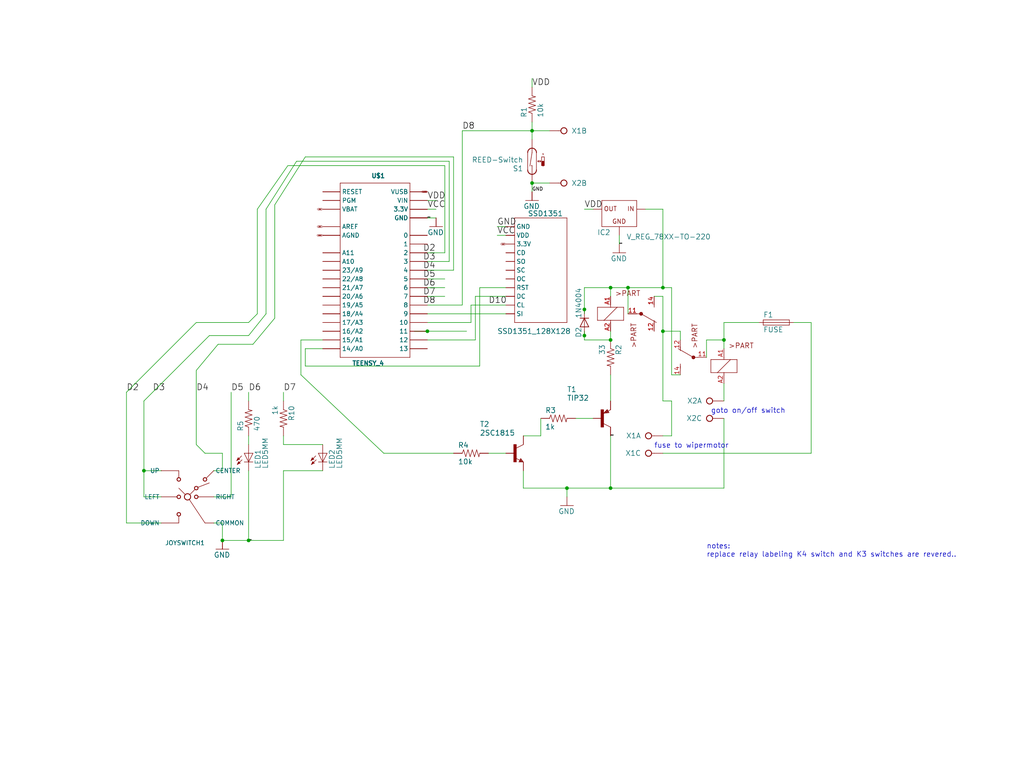
<source format=kicad_sch>
(kicad_sch (version 20200608) (host eeschema "5.99.0-unknown-aa7ce74~88~ubuntu18.04.1")
  (page 1 1)
  (paper "User" 298.221 224.688)
  (title_block (title "Hyperwiper") (date "2020-06-07") (company "YR-Design/University of Aizu"))
  (lib_symbols
    (symbol "Diode:1N4004" (pin_numbers hide) (pin_names hide)
      (property "Reference" "D" (at 0 2.54 0))
      (property "Value" "1N4004" (at 0 -2.54 0))
      (symbol "1N4004_0_1"
        (polyline (pts (xy -1.27 1.27) (xy -1.27 -1.27)) (stroke (width 0.2032)))
        (polyline (pts (xy 1.27 0) (xy -1.27 0)))
        (polyline (pts (xy 1.27 1.27) (xy 1.27 -1.27) (xy -1.27 0) (xy 1.27 1.27)) (stroke (width 0.2032)))
      )
      (symbol "1N4004_1_1"
        (pin passive line (at -3.81 0 0) (length 2.54) (name "K") (number "1"))
        (pin passive line (at 3.81 0 180) (length 2.54) (name "A") (number "2"))
      )
    )
    (symbol "import-from-eagle-rescue:2SC1815-bGeigieNanoKit_V1.1r5a-eagle-import"
      (property "Reference" "T" (at -10.16 7.62 0))
      (property "Value" "2SC1815-bGeigieNanoKit_V1.1r5a-eagle-import" (at -10.16 5.08 0))
      (symbol "2SC1815-bGeigieNanoKit_V1.1r5a-eagle-import_1_0"
        (rectangle (start -0.254 -2.54) (end 0.508 2.54) (fill (type outline)))
        (polyline (pts (xy 1.27 -2.54) (xy 1.778 -1.524)))
        (polyline (pts (xy 1.524 -2.413) (xy 2.286 -2.413)))
        (polyline (pts (xy 1.524 -2.286) (xy 1.905 -2.286)))
        (polyline (pts (xy 1.524 -2.032) (xy 0.3048 -1.4224)))
        (polyline (pts (xy 1.778 -1.778) (xy 1.524 -2.286)))
        (polyline (pts (xy 1.778 -1.524) (xy 2.54 -2.54)))
        (polyline (pts (xy 1.905 -2.286) (xy 1.778 -2.032)))
        (polyline (pts (xy 2.286 -2.413) (xy 1.778 -1.778)))
        (polyline (pts (xy 2.54 -2.54) (xy 1.27 -2.54)))
        (polyline (pts (xy 2.54 2.54) (xy 0.508 1.524)))
        (pin passive line (at -2.54 0 0) (length 2.54) (name "B") (number "B"))
        (pin passive line (at 2.54 5.08 270) (length 2.54) (name "C") (number "C"))
        (pin passive line (at 2.54 -5.08 90) (length 2.54) (name "E") (number "E"))
      )
    )
    (symbol "import-from-eagle-rescue:FUSEBLANK_5X20MM-bGeigieNanoKit_V1.1r5a-eagle-import"
      (property "Reference" "F" (at -3.81 1.397 0))
      (property "Value" "FUSEBLANK_5X20MM-bGeigieNanoKit_V1.1r5a-eagle-import" (at -3.81 -2.921 0))
      (symbol "FUSEBLANK_5X20MM-bGeigieNanoKit_V1.1r5a-eagle-import_1_0"
        (polyline (pts (xy -3.81 -0.762) (xy 3.81 -0.762)))
        (polyline (pts (xy -3.81 0.762) (xy -3.81 -0.762)))
        (polyline (pts (xy -2.54 0) (xy 2.54 0)))
        (polyline (pts (xy 3.81 -0.762) (xy 3.81 0.762)))
        (polyline (pts (xy 3.81 0.762) (xy -3.81 0.762)))
        (pin passive line (at -5.08 0 0) (length 2.54) (name "1") (number "1"))
        (pin passive line (at 5.08 0 180) (length 2.54) (name "2") (number "2"))
      )
    )
    (symbol "import-from-eagle-rescue:GND-bGeigieNanoKit_V1.1r5a-eagle-import" (power)
      (property "Value" "GND-bGeigieNanoKit_V1.1r5a-eagle-import" (at -2.54 -2.54 0))
      (symbol "GND-bGeigieNanoKit_V1.1r5a-eagle-import_1_0"
        (polyline (pts (xy -1.905 0) (xy 1.905 0)))
        (pin power_in line (at 0 2.54 270) (length 2.54) (name "GND") (number "1"))
      )
    )
    (symbol "import-from-eagle-rescue:LED5MM-bGeigieNanoKit_V1.1r5a-eagle-import"
      (property "Reference" "LED" (at 3.556 -4.572 90))
      (property "Value" "LED5MM-bGeigieNanoKit_V1.1r5a-eagle-import" (at 5.715 -4.572 90))
      (symbol "LED5MM-bGeigieNanoKit_V1.1r5a-eagle-import_1_0"
        (polyline (pts (xy -2.032 -0.762) (xy -3.429 -2.159)))
        (polyline (pts (xy -1.905 -1.905) (xy -3.302 -3.302)))
        (polyline (pts (xy 0 -2.54) (xy -1.27 -2.54)))
        (polyline (pts (xy 0 -2.54) (xy -1.27 0)))
        (polyline (pts (xy 0 0) (xy -1.27 0)))
        (polyline (pts (xy 0 0) (xy 0 -2.54)))
        (polyline (pts (xy 1.27 -2.54) (xy 0 -2.54)))
        (polyline (pts (xy 1.27 0) (xy 0 -2.54)))
        (polyline (pts (xy 1.27 0) (xy 0 0)))
        (polyline (pts (xy -3.429 -2.159) (xy -3.048 -1.27) (xy -2.54 -1.778)) (fill (type outline)))
        (polyline (pts (xy -3.302 -3.302) (xy -2.921 -2.413) (xy -2.413 -2.921)) (fill (type outline)))
        (pin passive line (at 0 2.54 270) (length 2.54) (name "A") (number "A"))
        (pin passive line (at 0 -5.08 90) (length 2.54) (name "C") (number "K"))
      )
    )
    (symbol "import-from-eagle-rescue:REED-SWITCH-CT10-A2-bGeigieNanoKit_V1.1r5a-eagle-import"
      (property "Reference" "S" (at 2.54 2.54 0))
      (property "Value" "REED-SWITCH-CT10-A2-bGeigieNanoKit_V1.1r5a-eagle-import" (at 2.54 0 0))
      (symbol "REED-SWITCH-CT10-A2-bGeigieNanoKit_V1.1r5a-eagle-import_1_0"
        (arc (start -1.27 -1.27) (end 1.27 -1.27) (radius (at 0 -1.27) (length 1.27) (angles -179.9 -0.1)) (stroke (width 0.254)))
        (arc (start 1.27 3.81) (end -1.27 3.81) (radius (at 0 3.81) (length 1.27) (angles 0.1 179.9)) (stroke (width 0.254)))
        (text "N" (at -3.429 2.794 0) (effects (font (size 0.3302 0.3302)) (justify left bottom)))
        (text "S" (at -3.429 -0.635 0) (effects (font (size 0.3302 0.3302)) (justify left bottom)))
        (rectangle (start -3.556 1.27) (end -2.794 2.54) (fill (type outline)))
        (polyline (pts (xy -3.556 0) (xy -3.556 2.54)))
        (polyline (pts (xy -3.556 2.54) (xy -2.794 2.54)))
        (polyline (pts (xy -2.794 0) (xy -3.556 0)))
        (polyline (pts (xy -2.794 2.54) (xy -2.794 0)))
        (polyline (pts (xy -2.54 1.27) (xy -1.651 1.27)))
        (polyline (pts (xy -2.286 1.016) (xy -2.54 1.27)))
        (polyline (pts (xy -2.286 1.524) (xy -2.54 1.27)))
        (polyline (pts (xy -1.651 1.27) (xy -1.905 1.016)))
        (polyline (pts (xy -1.651 1.27) (xy -1.905 1.524)))
        (polyline (pts (xy -1.27 3.81) (xy -1.27 -1.27)))
        (polyline (pts (xy 0 -2.54) (xy 0 -1.27)))
        (polyline (pts (xy 0 -1.27) (xy 0.635 2.667)))
        (polyline (pts (xy 0 2.54) (xy 0 5.08)))
        (polyline (pts (xy 0.254 2.54) (xy 0 2.54)))
        (polyline (pts (xy 1.27 -1.27) (xy 1.27 3.81)))
        (pin passive line (at 0 7.62 270) (length 2.54) (name "1") (number "1"))
        (pin passive line (at 0 -5.08 90) (length 2.54) (name "2") (number "2"))
      )
    )
    (symbol "import-from-eagle-rescue:RESISTOREZ-bGeigieNanoKit_V1.1r5a-eagle-import"
      (property "Reference" "R" (at -3.81 1.4986 0))
      (property "Value" "RESISTOREZ-bGeigieNanoKit_V1.1r5a-eagle-import" (at -3.81 -3.302 0))
      (symbol "RESISTOREZ-bGeigieNanoKit_V1.1r5a-eagle-import_1_0"
        (polyline (pts (xy -2.54 0) (xy -2.159 1.016)))
        (polyline (pts (xy -2.159 1.016) (xy -1.524 -1.016)))
        (polyline (pts (xy -1.524 -1.016) (xy -0.889 1.016)))
        (polyline (pts (xy -0.889 1.016) (xy -0.254 -1.016)))
        (polyline (pts (xy -0.254 -1.016) (xy 0.381 1.016)))
        (polyline (pts (xy 0.381 1.016) (xy 1.016 -1.016)))
        (polyline (pts (xy 1.016 -1.016) (xy 1.651 1.016)))
        (polyline (pts (xy 1.651 1.016) (xy 2.286 -1.016)))
        (polyline (pts (xy 2.286 -1.016) (xy 2.54 0)))
        (pin passive line (at -5.08 0 0) (length 2.54) (name "1") (number "P$1"))
        (pin passive line (at 5.08 0 180) (length 2.54) (name "2") (number "P$2"))
      )
    )
    (symbol "import-from-eagle-rescue:RESISTORPTH-1_2W-bGeigieNanoKit_V1.1r5a-eagle-import"
      (property "Reference" "R" (at -3.81 1.4986 0))
      (property "Value" "RESISTORPTH-1_2W-bGeigieNanoKit_V1.1r5a-eagle-import" (at -3.81 -3.302 0))
      (symbol "RESISTORPTH-1_2W-bGeigieNanoKit_V1.1r5a-eagle-import_1_0"
        (polyline (pts (xy -2.54 0) (xy -2.159 1.016)))
        (polyline (pts (xy -2.159 1.016) (xy -1.524 -1.016)))
        (polyline (pts (xy -1.524 -1.016) (xy -0.889 1.016)))
        (polyline (pts (xy -0.889 1.016) (xy -0.254 -1.016)))
        (polyline (pts (xy -0.254 -1.016) (xy 0.381 1.016)))
        (polyline (pts (xy 0.381 1.016) (xy 1.016 -1.016)))
        (polyline (pts (xy 1.016 -1.016) (xy 1.651 1.016)))
        (polyline (pts (xy 1.651 1.016) (xy 2.286 -1.016)))
        (polyline (pts (xy 2.286 -1.016) (xy 2.54 0)))
        (pin passive line (at -5.08 0 0) (length 2.54) (name "1") (number "P$1"))
        (pin passive line (at 5.08 0 180) (length 2.54) (name "2") (number "P$2"))
      )
    )
    (symbol "import-from-eagle-rescue:SKQUAAA010-bGeigieNanoKit_V1.1r5a-eagle-import"
      (symbol "SKQUAAA010-bGeigieNanoKit_V1.1r5a-eagle-import_1_0"
        (circle (center -2.54 -5.08) (radius 0.508) (stroke (width 0.254)))
        (circle (center -2.54 0) (radius 0.508) (stroke (width 0.254)))
        (circle (center -2.54 5.08) (radius 0.508) (stroke (width 0.254)))
        (circle (center 0 0) (radius 0.9144) (stroke (width 0.254)))
        (circle (center 2.54 0) (radius 0.508) (stroke (width 0.254)))
        (circle (center 2.54 2.54) (radius 0.508) (stroke (width 0.254)))
        (circle (center 5.08 5.08) (radius 0.508) (stroke (width 0.254)))
        (polyline (pts (xy -7.62 -7.62) (xy -2.54 -7.62)))
        (polyline (pts (xy -7.62 0) (xy -3.048 0)))
        (polyline (pts (xy -7.62 7.62) (xy -2.54 7.62)))
        (polyline (pts (xy -2.54 -5.588) (xy -2.54 -7.62)))
        (polyline (pts (xy -2.54 7.62) (xy -2.54 5.588)))
        (polyline (pts (xy -0.762 0.762) (xy -2.54 2.54)))
        (polyline (pts (xy 0.508 -0.762) (xy 5.08 -7.62)))
        (polyline (pts (xy 2.032 2.032) (xy 0.762 0.762)))
        (polyline (pts (xy 3.048 2.794) (xy 6.35 4.064)))
        (polyline (pts (xy 5.588 5.588) (xy 7.62 7.62)))
        (polyline (pts (xy 7.62 -7.62) (xy 5.08 -7.62)))
        (polyline (pts (xy 7.62 0) (xy 3.048 0)))
        (pin passive line (at 7.62 7.62 0) (length 0) (name "CENTER") (number "CENTER"))
        (pin power_in line (at 7.62 -7.62 0) (length 0) (name "COMMON") (number "COMMON"))
        (pin passive line (at -7.62 -7.62 180) (length 0) (name "DOWN") (number "DOWN"))
        (pin passive line (at -7.62 0 180) (length 0) (name "LEFT") (number "LEFT"))
        (pin passive line (at 7.62 0 0) (length 0) (name "RIGHT") (number "RIGHT"))
        (pin passive line (at -7.62 7.62 180) (length 0) (name "UP") (number "UP"))
      )
    )
    (symbol "import-from-eagle-rescue:SNR?0-bGeigieNanoKit_V1.1r5a-eagle-import"
      (symbol "SNR?0-bGeigieNanoKit_V1.1r5a-eagle-import_2_0"
        (circle (center 0 1.27) (radius 0.127) (stroke (width 0.4064)))
        (text ">PART" (at 2.54 0 0) (effects (font (size 1.4986 1.4986)) (justify left bottom)))
        (polyline (pts (xy -3.175 5.08) (xy -1.905 5.08)))
        (polyline (pts (xy 0 1.27) (xy 0 0)))
        (polyline (pts (xy 0 1.27) (xy 2.54 5.715)))
        (polyline (pts (xy 3.175 5.08) (xy 1.905 5.08)))
        (pin passive line (at 0 -2.54 90) (length 2.54) (name "P") (number "11"))
        (pin passive line (at 5.08 5.08 180) (length 2.54) (name "O") (number "12"))
        (pin passive line (at -5.08 5.08 0) (length 2.54) (name "S") (number "14"))
      )
      (symbol "SNR?0-bGeigieNanoKit_V1.1r5a-eagle-import_1_0"
        (text ">PART" (at 1.27 5.08 0) (effects (font (size 1.4986 1.4986)) (justify left bottom)))
        (polyline (pts (xy -3.81 -1.905) (xy -1.905 -1.905)))
        (polyline (pts (xy -3.81 1.905) (xy -3.81 -1.905)))
        (polyline (pts (xy -1.905 -1.905) (xy 0 -1.905)))
        (polyline (pts (xy -1.905 -1.905) (xy 1.905 1.905)))
        (polyline (pts (xy 0 -2.54) (xy 0 -1.905)))
        (polyline (pts (xy 0 -1.905) (xy 3.81 -1.905)))
        (polyline (pts (xy 0 1.905) (xy -3.81 1.905)))
        (polyline (pts (xy 0 2.54) (xy 0 1.905)))
        (polyline (pts (xy 1.905 1.905) (xy 0 1.905)))
        (polyline (pts (xy 3.81 -1.905) (xy 3.81 1.905)))
        (polyline (pts (xy 3.81 1.905) (xy 1.905 1.905)))
        (pin passive line (at 0 5.08 270) (length 2.54) (name "1") (number "A1"))
        (pin passive line (at 0 -5.08 90) (length 2.54) (name "2") (number "A2"))
      )
    )
    (symbol "import-from-eagle-rescue:TEENSY_3.0+4-bGeigieNanoKit_V1.1r5a-eagle-import"
      (property "Value" "TEENSY_3.0+4-bGeigieNanoKit_V1.1r5a-eagle-import" (at -2.794 -27.94 0))
      (symbol "TEENSY_3.0+4-bGeigieNanoKit_V1.1r5a-eagle-import_1_0"
        (polyline (pts (xy -10.16 -25.4) (xy 10.16 -25.4)))
        (polyline (pts (xy -10.16 25.4) (xy -10.16 -25.4)))
        (polyline (pts (xy 10.16 -25.4) (xy 10.16 25.4)))
        (polyline (pts (xy 10.16 25.4) (xy -10.16 25.4)))
        (pin unspecified line (at -15.24 10.16 0) (length 5.08) (name "0") (number "0"))
        (pin unspecified line (at -15.24 7.62 0) (length 5.08) (name "1") (number "1"))
        (pin unspecified line (at -15.24 -15.24 0) (length 5.08) (name "10") (number "10"))
        (pin unspecified line (at -15.24 -17.78 0) (length 5.08) (name "11") (number "11"))
        (pin unspecified line (at -15.24 -20.32 0) (length 5.08) (name "12") (number "12"))
        (pin unspecified line (at -15.24 -22.86 0) (length 5.08) (name "13") (number "13"))
        (pin unspecified line (at 15.24 -22.86 180) (length 5.08) (name "14/A0") (number "14/A0"))
        (pin unspecified line (at 15.24 -20.32 180) (length 5.08) (name "15/A1") (number "15/A1"))
        (pin unspecified line (at 15.24 -17.78 180) (length 5.08) (name "16/A2") (number "16/A2"))
        (pin unspecified line (at 15.24 -15.24 180) (length 5.08) (name "17/A3") (number "17/A3"))
        (pin unspecified line (at 15.24 -12.7 180) (length 5.08) (name "18/A4") (number "18/A4"))
        (pin unspecified line (at 15.24 -10.16 180) (length 5.08) (name "19/A5") (number "19/A5"))
        (pin unspecified line (at -15.24 5.08 0) (length 5.08) (name "2") (number "2"))
        (pin unspecified line (at 15.24 -7.62 180) (length 5.08) (name "20/A6") (number "20/A6"))
        (pin unspecified line (at 15.24 -5.08 180) (length 5.08) (name "21/A7") (number "21/A7"))
        (pin unspecified line (at 15.24 -2.54 180) (length 5.08) (name "22/A8") (number "22/A8"))
        (pin unspecified line (at 15.24 0 180) (length 5.08) (name "23/A9") (number "23/A9"))
        (pin unspecified line (at -15.24 2.54 0) (length 5.08) (name "3") (number "3"))
        (pin power_in line (at -15.24 17.78 0) (length 5.08) (name "3.3V") (number "3.3V"))
        (pin power_in line (at -15.24 17.78 0) (length 5.08) (name "3.3V") (number "3.3V1"))
        (pin unspecified line (at -15.24 0 0) (length 5.08) (name "4") (number "4"))
        (pin unspecified line (at -15.24 -2.54 0) (length 5.08) (name "5") (number "5"))
        (pin unspecified line (at -15.24 -5.08 0) (length 5.08) (name "6") (number "6"))
        (pin unspecified line (at -15.24 -7.62 0) (length 5.08) (name "7") (number "7"))
        (pin unspecified line (at -15.24 -10.16 0) (length 5.08) (name "8") (number "8"))
        (pin unspecified line (at -15.24 -12.7 0) (length 5.08) (name "9") (number "9"))
        (pin unspecified line (at 15.24 2.54 180) (length 5.08) (name "A10") (number "A10"))
        (pin unspecified line (at 15.24 5.08 180) (length 5.08) (name "A11") (number "A11"))
        (pin power_in line (at 15.24 10.16 180) (length 5.08) (name "AGND") (number "AGND"))
        (pin power_in line (at 15.24 12.7 180) (length 5.08) (name "AREF") (number "AREF"))
        (pin power_in line (at -15.24 15.24 0) (length 5.08) (name "GND") (number "GND"))
        (pin power_in line (at -15.24 15.24 0) (length 5.08) (name "GND") (number "GND1"))
        (pin unspecified line (at 15.24 20.32 180) (length 5.08) (name "PGM") (number "PGM"))
        (pin unspecified line (at 15.24 22.86 180) (length 5.08) (name "RESET") (number "RESET"))
        (pin power_in line (at 15.24 17.78 180) (length 5.08) (name "VBAT") (number "VBAT"))
        (pin power_in line (at -15.24 20.32 0) (length 5.08) (name "VIN") (number "VIN"))
        (pin power_in line (at -15.24 22.86 0) (length 5.08) (name "VUSB") (number "VUSB"))
      )
    )
    (symbol "import-from-eagle-rescue:TIP32-bGeigieNanoKit_V1.1r5a-eagle-import"
      (property "Reference" "T" (at -10.16 7.62 0))
      (property "Value" "TIP32-bGeigieNanoKit_V1.1r5a-eagle-import" (at -10.16 5.08 0))
      (symbol "TIP32-bGeigieNanoKit_V1.1r5a-eagle-import_1_0"
        (rectangle (start -0.254 -2.54) (end 0.508 2.54) (fill (type outline)))
        (polyline (pts (xy 0.508 1.4732) (xy 2.0828 1.6764)))
        (polyline (pts (xy 0.762 1.651) (xy 1.778 1.778)))
        (polyline (pts (xy 1.143 1.905) (xy 1.524 1.905)))
        (polyline (pts (xy 1.524 2.159) (xy 1.143 1.905)))
        (polyline (pts (xy 1.524 2.413) (xy 0.762 1.651)))
        (polyline (pts (xy 1.5748 2.5908) (xy 0.508 1.4732)))
        (polyline (pts (xy 1.778 1.778) (xy 1.524 2.159)))
        (polyline (pts (xy 1.905 1.778) (xy 1.524 2.413)))
        (polyline (pts (xy 2.0828 1.6764) (xy 1.5748 2.5908)))
        (polyline (pts (xy 2.54 -2.54) (xy 0.508 -1.524)))
        (polyline (pts (xy 2.54 2.54) (xy 1.8034 2.1082)))
        (pin passive line (at -2.54 0 0) (length 2.54) (name "B") (number "1"))
        (pin passive line (at 2.54 -5.08 90) (length 2.54) (name "C") (number "2"))
        (pin passive line (at 2.54 5.08 270) (length 2.54) (name "E") (number "3"))
      )
    )
    (symbol "import-from-eagle-rescue:V_REG_78XX-TO-220-bGeigieNanoKit_V1.1r5a-eagle-import"
      (property "Reference" "IC" (at 2.54 -7.62 0))
      (property "Value" "V_REG_78XX-TO-220-bGeigieNanoKit_V1.1r5a-eagle-import" (at 2.54 -10.16 0))
      (symbol "V_REG_78XX-TO-220-bGeigieNanoKit_V1.1r5a-eagle-import_1_0"
        (text "GND" (at -2.032 -4.318 0) (effects (font (size 1.2954 1.2954)) (justify left bottom)))
        (text "IN" (at -4.445 -0.635 0) (effects (font (size 1.2954 1.2954)) (justify left bottom)))
        (text "OUT" (at 0.635 -0.635 0) (effects (font (size 1.2954 1.2954)) (justify left bottom)))
        (polyline (pts (xy -5.08 -5.08) (xy 5.08 -5.08)))
        (polyline (pts (xy -5.08 2.54) (xy -5.08 -5.08)))
        (polyline (pts (xy 5.08 -5.08) (xy 5.08 2.54)))
        (polyline (pts (xy 5.08 2.54) (xy -5.08 2.54)))
        (pin input line (at 0 -7.62 90) (length 2.54) (name "GND") (number "GND"))
        (pin input line (at -7.62 0 0) (length 2.54) (name "IN") (number "IN"))
        (pin output line (at 7.62 0 180) (length 2.54) (name "OUT") (number "OUT"))
      )
    )
    (symbol "import-from-eagle-rescue:W237-3E-bGeigieNanoKit_V1.1r5a-eagle-import"
      (property "Reference" "X" (at -1.27 0.889 0))
      (property "Value" "W237-3E-bGeigieNanoKit_V1.1r5a-eagle-import" (at 0 2.54 0))
      (symbol "W237-3E-bGeigieNanoKit_V1.1r5a-eagle-import_1_0"
        (circle (center 0.889 0) (radius 0.889) (stroke (width 0.254)))
        (polyline (pts (xy 1.778 0) (xy 2.54 0)))
        (pin passive line (at 5.08 0 180) (length 2.54) (name "KL") (number "1"))
      )
      (symbol "W237-3E-bGeigieNanoKit_V1.1r5a-eagle-import_2_0"
        (circle (center 0.889 0) (radius 0.889) (stroke (width 0.254)))
        (polyline (pts (xy 1.778 0) (xy 2.54 0)))
        (pin passive line (at 5.08 0 180) (length 2.54) (name "KL") (number "2"))
      )
      (symbol "W237-3E-bGeigieNanoKit_V1.1r5a-eagle-import_3_0"
        (circle (center 0.889 0) (radius 0.889) (stroke (width 0.254)))
        (polyline (pts (xy 1.778 0) (xy 2.54 0)))
        (pin passive line (at 5.08 0 180) (length 2.54) (name "KL") (number "3"))
      )
    )
    (symbol "import_from_eagle-rescue:SSD1351_128X128"
      (property "Value" "SSD1351_128X128" (at -16.8148 -13.716 0))
      (symbol "SSD1351_128X128_1_0"
        (polyline (pts (xy -12.7 -10.16) (xy -12.7 20.32)))
        (polyline (pts (xy -12.7 20.32) (xy 2.54 20.32)))
        (polyline (pts (xy 2.54 -10.16) (xy -12.7 -10.16)))
        (polyline (pts (xy 2.54 20.32) (xy 2.54 -10.16)))
        (pin unspecified line (at -15.24 0 0) (length 2.54) (name "RST") (number "JP1$1"))
        (pin unspecified line (at -15.24 -5.08 0) (length 2.54) (name "CL") (number "JP1$10"))
        (pin unspecified line (at -15.24 -2.54 0) (length 2.54) (name "DC") (number "JP1$11"))
        (pin unspecified line (at -15.24 2.54 0) (length 2.54) (name "OC") (number "JP1$2"))
        (pin input line (at -15.24 5.08 0) (length 2.54) (name "SC") (number "JP1$3"))
        (pin input line (at -15.24 7.62 0) (length 2.54) (name "SO") (number "JP1$4"))
        (pin input line (at -15.24 10.16 0) (length 2.54) (name "CD") (number "JP1$5"))
        (pin power_in line (at -15.24 12.7 0) (length 2.54) (name "3.3V") (number "JP1$6"))
        (pin power_in line (at -15.24 15.24 0) (length 2.54) (name "VDD") (number "JP1$7"))
        (pin power_in line (at -15.24 17.78 0) (length 2.54) (name "GND") (number "JP1$8"))
        (pin unspecified line (at -15.24 -7.62 0) (length 2.54) (name "SI") (number "JP1$9"))
      )
    )
  )
  (junction (at 41.91 137.16))
  (junction (at 64.77 157.48))
  (junction (at 72.39 157.48))
  (junction (at 124.46 96.52))
  (junction (at 154.94 38.1))
  (junction (at 154.94 53.34))
  (junction (at 165.1 142.24))
  (junction (at 170.18 90.17))
  (junction (at 170.18 97.79))
  (junction (at 177.8 83.82))
  (junction (at 177.8 99.06))
  (junction (at 177.8 142.24))
  (junction (at 182.88 83.82))
  (junction (at 193.04 83.82))
  (junction (at 193.04 96.52))
  (junction (at 210.82 99.06))
  (wire (pts (xy 36.83 114.3) (xy 36.83 152.4)))
  (wire (pts (xy 36.83 152.4) (xy 46.99 152.4)))
  (wire (pts (xy 41.91 116.84) (xy 41.91 137.16)))
  (wire (pts (xy 41.91 116.84) (xy 60.96 97.79)))
  (wire (pts (xy 41.91 137.16) (xy 41.91 144.78)))
  (wire (pts (xy 41.91 137.16) (xy 46.99 137.16)))
  (wire (pts (xy 41.91 144.78) (xy 46.99 144.78)))
  (wire (pts (xy 57.15 93.98) (xy 36.83 114.3)))
  (wire (pts (xy 57.15 107.95) (xy 57.15 129.54)))
  (wire (pts (xy 57.15 129.54) (xy 59.69 132.08)))
  (wire (pts (xy 59.69 132.08) (xy 64.77 132.08)))
  (wire (pts (xy 62.23 137.16) (xy 64.77 137.16)))
  (wire (pts (xy 62.23 144.78) (xy 67.31 144.78)))
  (wire (pts (xy 62.23 152.4) (xy 64.77 152.4)))
  (wire (pts (xy 63.5 100.33) (xy 57.15 107.95)))
  (wire (pts (xy 64.77 132.08) (xy 64.77 137.16)))
  (wire (pts (xy 64.77 152.4) (xy 64.77 157.48)))
  (wire (pts (xy 67.31 114.3) (xy 67.31 144.78)))
  (wire (pts (xy 72.39 93.98) (xy 57.15 93.98)))
  (wire (pts (xy 72.39 97.79) (xy 60.96 97.79)))
  (wire (pts (xy 72.39 114.3) (xy 72.39 116.84)))
  (wire (pts (xy 72.39 127) (xy 72.39 129.54)))
  (wire (pts (xy 72.39 157.48) (xy 64.77 157.48)))
  (wire (pts (xy 72.39 157.48) (xy 72.39 137.16)))
  (wire (pts (xy 72.39 157.48) (xy 82.55 157.48)))
  (wire (pts (xy 73.66 100.33) (xy 63.5 100.33)))
  (wire (pts (xy 73.66 100.33) (xy 80.01 92.71)))
  (wire (pts (xy 74.93 60.96) (xy 74.93 91.44)))
  (wire (pts (xy 74.93 91.44) (xy 72.39 93.98)))
  (wire (pts (xy 77.47 60.96) (xy 86.36 46.99)))
  (wire (pts (xy 77.47 91.44) (xy 72.39 97.79)))
  (wire (pts (xy 77.47 91.44) (xy 77.47 60.96)))
  (wire (pts (xy 80.01 59.69) (xy 88.9 45.72)))
  (wire (pts (xy 80.01 92.71) (xy 80.01 59.69)))
  (wire (pts (xy 82.55 116.84) (xy 82.55 114.3)))
  (wire (pts (xy 82.55 129.54) (xy 82.55 127)))
  (wire (pts (xy 82.55 129.54) (xy 93.98 129.54)))
  (wire (pts (xy 82.55 137.16) (xy 93.98 137.16)))
  (wire (pts (xy 82.55 157.48) (xy 82.55 137.16)))
  (wire (pts (xy 83.82 48.26) (xy 74.93 60.96)))
  (wire (pts (xy 86.36 46.99) (xy 130.81 46.99)))
  (wire (pts (xy 87.63 99.06) (xy 87.63 109.22)))
  (wire (pts (xy 87.63 109.22) (xy 111.76 132.08)))
  (wire (pts (xy 88.9 45.72) (xy 132.08 45.72)))
  (wire (pts (xy 88.9 106.68) (xy 88.9 101.6)))
  (wire (pts (xy 93.98 99.06) (xy 87.63 99.06)))
  (wire (pts (xy 93.98 101.6) (xy 88.9 101.6)))
  (wire (pts (xy 111.76 132.08) (xy 132.08 132.08)))
  (wire (pts (xy 120.65 96.52) (xy 124.46 96.52)))
  (wire (pts (xy 124.46 58.42) (xy 127 58.42)))
  (wire (pts (xy 124.46 60.96) (xy 127 60.96)))
  (wire (pts (xy 124.46 63.5) (xy 127 63.5)))
  (wire (pts (xy 124.46 73.66) (xy 129.54 73.66)))
  (wire (pts (xy 124.46 76.2) (xy 130.81 76.2)))
  (wire (pts (xy 124.46 78.74) (xy 132.08 78.74)))
  (wire (pts (xy 124.46 88.9) (xy 134.62 88.9)))
  (wire (pts (xy 124.46 91.44) (xy 147.32 91.44)))
  (wire (pts (xy 124.46 99.06) (xy 138.43 99.06)))
  (wire (pts (xy 129.54 48.26) (xy 83.82 48.26)))
  (wire (pts (xy 129.54 73.66) (xy 129.54 48.26)))
  (wire (pts (xy 129.54 81.28) (xy 124.46 81.28)))
  (wire (pts (xy 129.54 83.82) (xy 124.46 83.82)))
  (wire (pts (xy 129.54 86.36) (xy 124.46 86.36)))
  (wire (pts (xy 130.81 76.2) (xy 130.81 46.99)))
  (wire (pts (xy 132.08 78.74) (xy 132.08 45.72)))
  (wire (pts (xy 134.62 38.1) (xy 154.94 38.1)))
  (wire (pts (xy 134.62 88.9) (xy 134.62 38.1)))
  (wire (pts (xy 135.89 96.52) (xy 124.46 96.52)))
  (wire (pts (xy 137.16 88.9) (xy 137.16 93.98)))
  (wire (pts (xy 137.16 88.9) (xy 147.32 88.9)))
  (wire (pts (xy 137.16 93.98) (xy 124.46 93.98)))
  (wire (pts (xy 138.43 86.36) (xy 138.43 99.06)))
  (wire (pts (xy 138.43 86.36) (xy 147.32 86.36)))
  (wire (pts (xy 139.7 83.82) (xy 139.7 106.68)))
  (wire (pts (xy 139.7 83.82) (xy 147.32 83.82)))
  (wire (pts (xy 139.7 106.68) (xy 88.9 106.68)))
  (wire (pts (xy 142.24 132.08) (xy 147.32 132.08)))
  (wire (pts (xy 144.78 66.04) (xy 147.32 66.04)))
  (wire (pts (xy 144.78 68.58) (xy 147.32 68.58)))
  (wire (pts (xy 152.4 127) (xy 157.48 127)))
  (wire (pts (xy 152.4 142.24) (xy 152.4 137.16)))
  (wire (pts (xy 154.94 25.4) (xy 154.94 22.86)))
  (wire (pts (xy 154.94 35.56) (xy 154.94 38.1)))
  (wire (pts (xy 154.94 38.1) (xy 154.94 40.64)))
  (wire (pts (xy 154.94 55.88) (xy 154.94 53.34)))
  (wire (pts (xy 157.48 127) (xy 157.48 121.92)))
  (wire (pts (xy 160.02 38.1) (xy 154.94 38.1)))
  (wire (pts (xy 160.02 53.34) (xy 154.94 53.34)))
  (wire (pts (xy 165.1 142.24) (xy 152.4 142.24)))
  (wire (pts (xy 165.1 142.24) (xy 165.1 144.78)))
  (wire (pts (xy 167.64 121.92) (xy 172.72 121.92)))
  (wire (pts (xy 170.18 83.82) (xy 177.8 83.82)))
  (wire (pts (xy 170.18 90.17) (xy 170.18 83.82)))
  (wire (pts (xy 170.18 91.44) (xy 170.18 90.17)))
  (wire (pts (xy 170.18 96.52) (xy 170.18 97.79)))
  (wire (pts (xy 170.18 97.79) (xy 170.18 99.06)))
  (wire (pts (xy 170.18 99.06) (xy 177.8 99.06)))
  (wire (pts (xy 172.72 60.96) (xy 170.18 60.96)))
  (wire (pts (xy 177.8 83.82) (xy 182.88 83.82)))
  (wire (pts (xy 177.8 86.36) (xy 177.8 83.82)))
  (wire (pts (xy 177.8 96.52) (xy 177.8 99.06)))
  (wire (pts (xy 177.8 109.22) (xy 177.8 116.84)))
  (wire (pts (xy 177.8 127) (xy 177.8 142.24)))
  (wire (pts (xy 177.8 142.24) (xy 165.1 142.24)))
  (wire (pts (xy 177.8 142.24) (xy 210.82 142.24)))
  (wire (pts (xy 180.34 71.12) (xy 180.34 68.58)))
  (wire (pts (xy 182.88 83.82) (xy 182.88 91.44)))
  (wire (pts (xy 182.88 83.82) (xy 193.04 83.82)))
  (wire (pts (xy 190.5 86.36) (xy 193.04 86.36)))
  (wire (pts (xy 193.04 60.96) (xy 187.96 60.96)))
  (wire (pts (xy 193.04 60.96) (xy 193.04 83.82)))
  (wire (pts (xy 193.04 83.82) (xy 195.58 83.82)))
  (wire (pts (xy 193.04 86.36) (xy 193.04 96.52)))
  (wire (pts (xy 193.04 96.52) (xy 193.04 116.84)))
  (wire (pts (xy 193.04 116.84) (xy 195.58 116.84)))
  (wire (pts (xy 193.04 127) (xy 195.58 127)))
  (wire (pts (xy 193.04 132.08) (xy 236.22 132.08)))
  (wire (pts (xy 195.58 109.22) (xy 195.58 83.82)))
  (wire (pts (xy 195.58 116.84) (xy 195.58 127)))
  (wire (pts (xy 198.12 96.52) (xy 193.04 96.52)))
  (wire (pts (xy 198.12 99.06) (xy 198.12 96.52)))
  (wire (pts (xy 198.12 109.22) (xy 195.58 109.22)))
  (wire (pts (xy 205.74 99.06) (xy 210.82 99.06)))
  (wire (pts (xy 205.74 104.14) (xy 205.74 99.06)))
  (wire (pts (xy 210.82 93.98) (xy 210.82 99.06)))
  (wire (pts (xy 210.82 99.06) (xy 210.82 101.6)))
  (wire (pts (xy 210.82 116.84) (xy 210.82 111.76)))
  (wire (pts (xy 210.82 142.24) (xy 210.82 121.92)))
  (wire (pts (xy 220.98 93.98) (xy 210.82 93.98)))
  (wire (pts (xy 236.22 93.98) (xy 231.14 93.98)))
  (wire (pts (xy 236.22 132.08) (xy 236.22 93.98)))
  (text "fuse to wipermotor" (at 190.5 130.81 0) (effects (font (size 1.4986 1.4986)) (justify left bottom)))
  (text "notes:\nreplace relay labeling K4 switch and K3 switches are revered.." (at 205.74 162.56 0) (effects (font (size 1.4986 1.4986)) (justify left bottom)))
  (text "goto on/off switch" (at 207.01 120.65 0) (effects (font (size 1.4986 1.4986)) (justify left bottom)))
  (label "D2" (at 36.83 114.3 0) (effects (font (size 1.778 1.778))))
  (label "D3" (at 44.45 114.3 0) (effects (font (size 1.778 1.778))))
  (label "D4" (at 57.15 114.3 0) (effects (font (size 1.778 1.778))))
  (label "D5" (at 67.31 114.3 0) (effects (font (size 1.778 1.778))))
  (label "D6" (at 72.39 114.3 0) (effects (font (size 1.778 1.778))))
  (label "GND" (at 72.39 157.48 0) (effects (font (size 0.254 0.254))))
  (label "D7" (at 82.55 114.3 0) (effects (font (size 1.778 1.778))))
  (label "D2" (at 123.19 73.66 0) (effects (font (size 1.778 1.778))))
  (label "D3" (at 123.19 76.2 0) (effects (font (size 1.778 1.778))))
  (label "D4" (at 123.19 78.74 0) (effects (font (size 1.778 1.778))))
  (label "D5" (at 123.19 81.28 0) (effects (font (size 1.778 1.778))))
  (label "D6" (at 123.19 83.82 0) (effects (font (size 1.778 1.778))))
  (label "D7" (at 123.19 86.36 0) (effects (font (size 1.778 1.778))))
  (label "D8" (at 123.19 88.9 0) (effects (font (size 1.778 1.778))))
  (label "VDD" (at 124.46 58.42 0) (effects (font (size 1.778 1.778))))
  (label "VCC" (at 124.46 60.96 0) (effects (font (size 1.778 1.778))))
  (label "GND" (at 124.46 63.5 0) (effects (font (size 0.254 0.254))))
  (label "D8" (at 134.62 38.1 0) (effects (font (size 1.778 1.778))))
  (label "D10" (at 142.24 88.9 0) (effects (font (size 1.778 1.778))))
  (label "GND" (at 144.78 66.04 0) (effects (font (size 1.778 1.778))))
  (label "VCC" (at 144.78 68.58 0) (effects (font (size 1.778 1.778))))
  (label "VDD" (at 154.94 25.4 0) (effects (font (size 1.778 1.778))))
  (label "GND" (at 154.94 55.88 0) (effects (font (size 1 1))))
  (label "VDD" (at 170.18 60.96 0) (effects (font (size 1.778 1.778))))
  (label "GND" (at 177.8 127 0) (effects (font (size 0.254 0.254))))
  (label "GND" (at 180.34 71.12 0) (effects (font (size 0.254 0.254))))
  (global_label "VBAT" (shape bidirectional) (at 93.98 60.96 180) (effects (font (size 0.254 0.254))))
  (global_label "AREF" (shape bidirectional) (at 93.98 66.04 180) (effects (font (size 0.254 0.254))))
  (global_label "AGND" (shape bidirectional) (at 93.98 68.58 180) (effects (font (size 0.254 0.254))))
  (global_label "VUSB" (shape bidirectional) (at 124.46 55.88 180) (effects (font (size 0.254 0.254))))
  (global_label "3.3V" (shape bidirectional) (at 147.32 71.12 180) (effects (font (size 0.254 0.254))))
  (symbol (lib_id "import-from-eagle-rescue:W237-3E-bGeigieNanoKit_V1.1r5a-eagle-import") (at 165.1 38.1 180) (unit 2)
    (property "Reference" "X1" (at 166.37 38.989 0) (effects (font (size 1.4986 1.4986)) (justify right top)))
    (property "Value" "W237-3E" (effects hide))
    (property "Footprint" "bGeigieNanoKit V1.1r5a:W237-3E" (effects hide))
  )
  (symbol (lib_id "import-from-eagle-rescue:W237-3E-bGeigieNanoKit_V1.1r5a-eagle-import") (at 165.1 53.34 180) (unit 2)
    (property "Reference" "X2" (at 166.37 54.229 0) (effects (font (size 1.4986 1.4986)) (justify right top)))
    (property "Value" "W237-3E" (effects hide))
    (property "Footprint" "bGeigieNanoKit V1.1r5a:W237-3E" (effects hide))
  )
  (symbol (lib_id "import-from-eagle-rescue:W237-3E-bGeigieNanoKit_V1.1r5a-eagle-import") (at 187.96 127 0) (unit 1)
    (property "Reference" "X1" (at 186.69 126.111 0) (effects (font (size 1.4986 1.4986)) (justify right top)))
    (property "Value" "W237-3E" (effects hide))
    (property "Footprint" "bGeigieNanoKit V1.1r5a:W237-3E" (effects hide))
  )
  (symbol (lib_id "import-from-eagle-rescue:W237-3E-bGeigieNanoKit_V1.1r5a-eagle-import") (at 187.96 132.08 0) (unit 3)
    (property "Reference" "X1" (at 186.69 131.191 0) (effects (font (size 1.4986 1.4986)) (justify right top)))
    (property "Value" "W237-3E" (effects hide))
    (property "Footprint" "bGeigieNanoKit V1.1r5a:W237-3E" (effects hide))
  )
  (symbol (lib_id "import-from-eagle-rescue:W237-3E-bGeigieNanoKit_V1.1r5a-eagle-import") (at 205.74 116.84 0) (unit 1)
    (property "Reference" "X2" (at 204.47 115.951 0) (effects (font (size 1.4986 1.4986)) (justify right top)))
    (property "Value" "W237-3E" (effects hide))
    (property "Footprint" "bGeigieNanoKit V1.1r5a:W237-3E" (effects hide))
  )
  (symbol (lib_id "import-from-eagle-rescue:W237-3E-bGeigieNanoKit_V1.1r5a-eagle-import") (at 205.74 121.92 0) (unit 3)
    (property "Reference" "X2" (at 204.47 121.031 0) (effects (font (size 1.4986 1.4986)) (justify right top)))
    (property "Value" "W237-3E" (effects hide))
    (property "Footprint" "bGeigieNanoKit V1.1r5a:W237-3E" (effects hide))
  )
  (symbol (lib_id "import-from-eagle-rescue:GND-bGeigieNanoKit_V1.1r5a-eagle-import") (at 64.77 160.02 0) (unit 1)
    (property "Reference" "#GND011" (effects hide))
    (property "Value" "GND" (at 62.23 162.56 0) (effects (font (size 1.4986 1.4986)) (justify left bottom)))
  )
  (symbol (lib_id "import-from-eagle-rescue:GND-bGeigieNanoKit_V1.1r5a-eagle-import") (at 127 66.04 0) (unit 1)
    (property "Reference" "#SUPPLY05" (effects hide))
    (property "Value" "GND" (at 124.46 68.58 0) (effects (font (size 1.4986 1.4986)) (justify left bottom)))
  )
  (symbol (lib_id "import-from-eagle-rescue:GND-bGeigieNanoKit_V1.1r5a-eagle-import") (at 154.94 58.42 0) (unit 1)
    (property "Reference" "#GND03" (effects hide))
    (property "Value" "GND" (at 152.4 60.96 0) (effects (font (size 1.4986 1.4986)) (justify left bottom)))
  )
  (symbol (lib_id "import-from-eagle-rescue:GND-bGeigieNanoKit_V1.1r5a-eagle-import") (at 165.1 147.32 0) (unit 1)
    (property "Reference" "#GND01" (effects hide))
    (property "Value" "GND" (at 162.56 149.86 0) (effects (font (size 1.4986 1.4986)) (justify left bottom)))
  )
  (symbol (lib_id "import-from-eagle-rescue:GND-bGeigieNanoKit_V1.1r5a-eagle-import") (at 180.34 73.66 0) (unit 1)
    (property "Reference" "#GND02" (effects hide))
    (property "Value" "GND" (at 177.8 76.2 0) (effects (font (size 1.4986 1.4986)) (justify left bottom)))
  )
  (symbol (lib_id "import-from-eagle-rescue:FUSEBLANK_5X20MM-bGeigieNanoKit_V1.1r5a-eagle-import") (at 226.06 93.98 0) (unit 1)
    (property "Reference" "F1" (at 222.25 92.583 0) (effects (font (size 1.4986 1.4986)) (justify left bottom)))
    (property "Value" "FUSE" (at 222.25 96.901 0) (effects (font (size 1.4986 1.4986)) (justify left bottom)))
    (property "Footprint" "bGeigieNanoKit V1.1r5a:FUSE_HOLDER_5X20MM" (effects hide))
  )
  (symbol (lib_id "import-from-eagle-rescue:RESISTOREZ-bGeigieNanoKit_V1.1r5a-eagle-import") (at 72.39 121.92 90) (unit 1)
    (property "Reference" "R5" (at 70.8914 125.73 0) (effects (font (size 1.4986 1.4986)) (justify left bottom)))
    (property "Value" "470" (at 75.692 125.73 0) (effects (font (size 1.4986 1.4986)) (justify left bottom)))
    (property "Footprint" "bGeigieNanoKit V1.1r5a:AXIAL-0.3EZ" (effects hide))
  )
  (symbol (lib_id "import-from-eagle-rescue:RESISTOREZ-bGeigieNanoKit_V1.1r5a-eagle-import") (at 82.55 121.92 270) (unit 1)
    (property "Reference" "R10" (at 84.0486 118.11 0) (effects (font (size 1.4986 1.4986)) (justify left bottom)))
    (property "Value" "1k" (at 79.248 118.11 0) (effects (font (size 1.4986 1.4986)) (justify left bottom)))
    (property "Footprint" "bGeigieNanoKit V1.1r5a:AXIAL-0.3EZ" (effects hide))
  )
  (symbol (lib_id "import-from-eagle-rescue:RESISTOREZ-bGeigieNanoKit_V1.1r5a-eagle-import") (at 137.16 132.08 0) (unit 1)
    (property "Reference" "R4" (at 133.35 130.5814 0) (effects (font (size 1.4986 1.4986)) (justify left bottom)))
    (property "Value" "10k" (at 133.35 135.382 0) (effects (font (size 1.4986 1.4986)) (justify left bottom)))
    (property "Footprint" "bGeigieNanoKit V1.1r5a:AXIAL-0.3EZ" (effects hide))
  )
  (symbol (lib_id "import-from-eagle-rescue:RESISTOREZ-bGeigieNanoKit_V1.1r5a-eagle-import") (at 154.94 30.48 90) (unit 1)
    (property "Reference" "R1" (at 153.4414 34.29 0) (effects (font (size 1.4986 1.4986)) (justify left bottom)))
    (property "Value" "10k" (at 158.242 34.29 0) (effects (font (size 1.4986 1.4986)) (justify left bottom)))
    (property "Footprint" "bGeigieNanoKit V1.1r5a:AXIAL-0.3EZ" (effects hide))
  )
  (symbol (lib_id "import-from-eagle-rescue:RESISTOREZ-bGeigieNanoKit_V1.1r5a-eagle-import") (at 162.56 121.92 0) (unit 1)
    (property "Reference" "R3" (at 158.75 120.4214 0) (effects (font (size 1.4986 1.4986)) (justify left bottom)))
    (property "Value" "1k" (at 158.75 125.222 0) (effects (font (size 1.4986 1.4986)) (justify left bottom)))
    (property "Footprint" "bGeigieNanoKit V1.1r5a:AXIAL-0.3EZ" (effects hide))
  )
  (symbol (lib_id "import-from-eagle-rescue:RESISTORPTH-1_2W-bGeigieNanoKit_V1.1r5a-eagle-import") (at 177.8 104.14 270) (unit 1)
    (property "Reference" "R2" (at 179.2986 100.33 0) (effects (font (size 1.4986 1.4986)) (justify left bottom)))
    (property "Value" "33" (at 174.498 100.33 0) (effects (font (size 1.4986 1.4986)) (justify left bottom)))
    (property "Footprint" "bGeigieNanoKit V1.1r5a:AXIAL-0.5" (effects hide))
  )
  (symbol (lib_id "Diode:1N4004") (at 170.18 93.98 270) (unit 1)
    (property "Reference" "D2" (at 167.64 95.25 0) (effects (font (size 1.4986 1.4986)) (justify left bottom)))
    (property "Value" "1N4004" (at 167.64 83.82 0) (effects (font (size 1.4986 1.4986)) (justify left bottom)))
    (property "Footprint" "bGeigieNanoKit V1.1r5a:DO41-10" (effects hide))
  )
  (symbol (lib_id "import-from-eagle-rescue:LED5MM-bGeigieNanoKit_V1.1r5a-eagle-import") (at 72.39 132.08 0) (unit 1)
    (property "Reference" "LED1" (at 75.946 136.652 90) (effects (font (size 1.4986 1.4986)) (justify left bottom)))
    (property "Value" "LED5MM" (at 78.105 136.652 90) (effects (font (size 1.4986 1.4986)) (justify left bottom)))
    (property "Footprint" "bGeigieNanoKit V1.1r5a:LED5MM" (effects hide))
  )
  (symbol (lib_id "import-from-eagle-rescue:LED5MM-bGeigieNanoKit_V1.1r5a-eagle-import") (at 93.98 132.08 0) (unit 1)
    (property "Reference" "LED2" (at 97.536 136.652 90) (effects (font (size 1.4986 1.4986)) (justify left bottom)))
    (property "Value" "LED5MM" (at 99.695 136.652 90) (effects (font (size 1.4986 1.4986)) (justify left bottom)))
    (property "Footprint" "bGeigieNanoKit V1.1r5a:LED5MM" (effects hide))
  )
  (symbol (lib_id "import-from-eagle-rescue:2SC1815-bGeigieNanoKit_V1.1r5a-eagle-import") (at 149.86 132.08 0) (unit 1)
    (property "Reference" "T2" (at 139.7 124.46 0) (effects (font (size 1.4986 1.4986)) (justify left bottom)))
    (property "Value" "2SC1815" (at 139.7 127 0) (effects (font (size 1.4986 1.4986)) (justify left bottom)))
    (property "Footprint" "bGeigieNanoKit V1.1r5a:TO92-ECB" (effects hide))
  )
  (symbol (lib_id "import-from-eagle-rescue:TIP32-bGeigieNanoKit_V1.1r5a-eagle-import") (at 175.26 121.92 0) (unit 1)
    (property "Reference" "T1" (at 165.1 114.3 0) (effects (font (size 1.4986 1.4986)) (justify left bottom)))
    (property "Value" "TIP32" (at 165.1 116.84 0) (effects (font (size 1.4986 1.4986)) (justify left bottom)))
    (property "Footprint" "bGeigieNanoKit V1.1r5a:TO220" (effects hide))
  )
  (symbol (lib_id "import-from-eagle-rescue:REED-SWITCH-CT10-A2-bGeigieNanoKit_V1.1r5a-eagle-import") (at 154.94 45.72 180) (unit 1)
    (property "Reference" "S1" (at 152.4 48.26 0) (effects (font (size 1.4986 1.4986)) (justify left bottom)))
    (property "Value" "REED-Switch" (at 152.4 45.72 0) (effects (font (size 1.4986 1.4986)) (justify left bottom)))
    (property "Footprint" "bGeigieNanoKit V1.1r5a:CT10-A2" (effects hide))
  )
  (symbol (lib_id "import-from-eagle-rescue:SNR?0-bGeigieNanoKit_V1.1r5a-eagle-import") (at 185.42 91.44 270) (unit 2)
    (property "Reference" "K4" (effects hide))
    (property "Value" "SNR?0" (effects hide))
    (property "Footprint" "bGeigieNanoKit V1.1r5a:SNR-V" (effects hide))
  )
  (symbol (lib_id "import-from-eagle-rescue:SNR?0-bGeigieNanoKit_V1.1r5a-eagle-import") (at 203.2 104.14 90) (unit 2)
    (property "Reference" "K3" (effects hide))
    (property "Value" "SNR?0" (effects hide))
    (property "Footprint" "bGeigieNanoKit V1.1r5a:SNR-V" (effects hide))
  )
  (symbol (lib_id "import-from-eagle-rescue:SNR?0-bGeigieNanoKit_V1.1r5a-eagle-import") (at 177.8 91.44 0) (unit 1)
    (property "Reference" "K3" (effects hide))
    (property "Value" "SNR?0" (effects hide))
    (property "Footprint" "bGeigieNanoKit V1.1r5a:SNR-V" (effects hide))
  )
  (symbol (lib_id "import-from-eagle-rescue:SNR?0-bGeigieNanoKit_V1.1r5a-eagle-import") (at 210.82 106.68 0) (unit 1)
    (property "Reference" "K4" (effects hide))
    (property "Value" "SNR?0" (effects hide))
    (property "Footprint" "bGeigieNanoKit V1.1r5a:SNR-V" (effects hide))
  )
  (symbol (lib_id "import-from-eagle-rescue:V_REG_78XX-TO-220-bGeigieNanoKit_V1.1r5a-eagle-import") (at 180.34 60.96 0) (mirror y) (unit 1)
    (property "Reference" "IC2" (at 177.8 68.58 0) (effects (font (size 1.4986 1.4986)) (justify left bottom)))
    (property "Value" "V_REG_78XX-TO-220" (at 207.01 69.85 0) (effects (font (size 1.4986 1.4986)) (justify left bottom)))
    (property "Footprint" "bGeigieNanoKit V1.1r5a:TO-220-ALT" (effects hide))
  )
  (symbol (lib_id "import-from-eagle-rescue:SKQUAAA010-bGeigieNanoKit_V1.1r5a-eagle-import") (at 54.61 144.78 0) (unit 1)
    (property "Reference" "JOYSWITCH1" (at 59.69 157.48 0) (effects (justify right top)))
    (property "Value" "JoySwitch" (effects hide))
    (property "Footprint" "bGeigieNanoKit V1.1r5a:SKQU" (effects hide))
  )
  (symbol (lib_id "import_from_eagle-rescue:SSD1351_128X128") (at 162.56 83.82 0) (unit 1)
    (property "Reference" "SSD1351" (at 153.67 62.23 0) (effects (font (size 1.4986 1.4986)) (justify left)))
    (property "Value" "SSD1351_128X128" (at 144.78 96.52 0) (effects (font (size 1.499 1.499)) (justify left)))
    (property "Footprint" "DWP2020 prototype:SSD1351_128X128_LCD" (effects hide))
  )
  (symbol (lib_id "import-from-eagle-rescue:TEENSY_3.0+4-bGeigieNanoKit_V1.1r5a-eagle-import") (at 109.22 78.74 0) (mirror y) (unit 1)
    (property "Reference" "U$1" (at 112.268 52.07 0) (effects (font bold) (justify left bottom)))
    (property "Value" "TEENSY_4" (at 112.014 106.68 0) (effects (font bold) (justify left bottom)))
    (property "Footprint" "bGeigieNanoKit V1.1r5a:TEENSY_3.0+4" (effects hide))
  )
)
</source>
